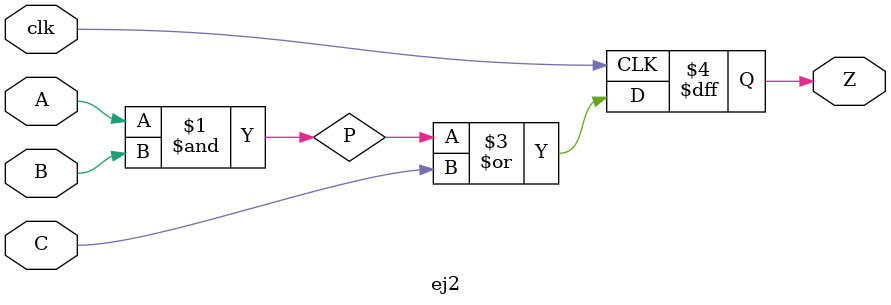
<source format=sv>
module ej2 (input logic A, B, C, clk,
				output logic Z);
		logic P;
		assign P = A & B;
		always_ff @ (posedge clk)
		begin
			Z <= P | C;
		end
endmodule
</source>
